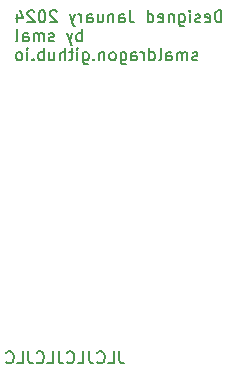
<source format=gbr>
%TF.GenerationSoftware,KiCad,Pcbnew,7.0.10*%
%TF.CreationDate,2024-01-06T19:24:24+00:00*%
%TF.ProjectId,v1a,7631612e-6b69-4636-9164-5f7063625858,rev?*%
%TF.SameCoordinates,Original*%
%TF.FileFunction,Legend,Bot*%
%TF.FilePolarity,Positive*%
%FSLAX46Y46*%
G04 Gerber Fmt 4.6, Leading zero omitted, Abs format (unit mm)*
G04 Created by KiCad (PCBNEW 7.0.10) date 2024-01-06 19:24:24*
%MOMM*%
%LPD*%
G01*
G04 APERTURE LIST*
%ADD10C,0.150000*%
G04 APERTURE END LIST*
D10*
X51447506Y-86499819D02*
X51447506Y-87214104D01*
X51447506Y-87214104D02*
X51495125Y-87356961D01*
X51495125Y-87356961D02*
X51590363Y-87452200D01*
X51590363Y-87452200D02*
X51733220Y-87499819D01*
X51733220Y-87499819D02*
X51828458Y-87499819D01*
X50495125Y-87499819D02*
X50971315Y-87499819D01*
X50971315Y-87499819D02*
X50971315Y-86499819D01*
X49590363Y-87404580D02*
X49637982Y-87452200D01*
X49637982Y-87452200D02*
X49780839Y-87499819D01*
X49780839Y-87499819D02*
X49876077Y-87499819D01*
X49876077Y-87499819D02*
X50018934Y-87452200D01*
X50018934Y-87452200D02*
X50114172Y-87356961D01*
X50114172Y-87356961D02*
X50161791Y-87261723D01*
X50161791Y-87261723D02*
X50209410Y-87071247D01*
X50209410Y-87071247D02*
X50209410Y-86928390D01*
X50209410Y-86928390D02*
X50161791Y-86737914D01*
X50161791Y-86737914D02*
X50114172Y-86642676D01*
X50114172Y-86642676D02*
X50018934Y-86547438D01*
X50018934Y-86547438D02*
X49876077Y-86499819D01*
X49876077Y-86499819D02*
X49780839Y-86499819D01*
X49780839Y-86499819D02*
X49637982Y-86547438D01*
X49637982Y-86547438D02*
X49590363Y-86595057D01*
X48876077Y-86499819D02*
X48876077Y-87214104D01*
X48876077Y-87214104D02*
X48923696Y-87356961D01*
X48923696Y-87356961D02*
X49018934Y-87452200D01*
X49018934Y-87452200D02*
X49161791Y-87499819D01*
X49161791Y-87499819D02*
X49257029Y-87499819D01*
X47923696Y-87499819D02*
X48399886Y-87499819D01*
X48399886Y-87499819D02*
X48399886Y-86499819D01*
X47018934Y-87404580D02*
X47066553Y-87452200D01*
X47066553Y-87452200D02*
X47209410Y-87499819D01*
X47209410Y-87499819D02*
X47304648Y-87499819D01*
X47304648Y-87499819D02*
X47447505Y-87452200D01*
X47447505Y-87452200D02*
X47542743Y-87356961D01*
X47542743Y-87356961D02*
X47590362Y-87261723D01*
X47590362Y-87261723D02*
X47637981Y-87071247D01*
X47637981Y-87071247D02*
X47637981Y-86928390D01*
X47637981Y-86928390D02*
X47590362Y-86737914D01*
X47590362Y-86737914D02*
X47542743Y-86642676D01*
X47542743Y-86642676D02*
X47447505Y-86547438D01*
X47447505Y-86547438D02*
X47304648Y-86499819D01*
X47304648Y-86499819D02*
X47209410Y-86499819D01*
X47209410Y-86499819D02*
X47066553Y-86547438D01*
X47066553Y-86547438D02*
X47018934Y-86595057D01*
X46304648Y-86499819D02*
X46304648Y-87214104D01*
X46304648Y-87214104D02*
X46352267Y-87356961D01*
X46352267Y-87356961D02*
X46447505Y-87452200D01*
X46447505Y-87452200D02*
X46590362Y-87499819D01*
X46590362Y-87499819D02*
X46685600Y-87499819D01*
X45352267Y-87499819D02*
X45828457Y-87499819D01*
X45828457Y-87499819D02*
X45828457Y-86499819D01*
X44447505Y-87404580D02*
X44495124Y-87452200D01*
X44495124Y-87452200D02*
X44637981Y-87499819D01*
X44637981Y-87499819D02*
X44733219Y-87499819D01*
X44733219Y-87499819D02*
X44876076Y-87452200D01*
X44876076Y-87452200D02*
X44971314Y-87356961D01*
X44971314Y-87356961D02*
X45018933Y-87261723D01*
X45018933Y-87261723D02*
X45066552Y-87071247D01*
X45066552Y-87071247D02*
X45066552Y-86928390D01*
X45066552Y-86928390D02*
X45018933Y-86737914D01*
X45018933Y-86737914D02*
X44971314Y-86642676D01*
X44971314Y-86642676D02*
X44876076Y-86547438D01*
X44876076Y-86547438D02*
X44733219Y-86499819D01*
X44733219Y-86499819D02*
X44637981Y-86499819D01*
X44637981Y-86499819D02*
X44495124Y-86547438D01*
X44495124Y-86547438D02*
X44447505Y-86595057D01*
X43733219Y-86499819D02*
X43733219Y-87214104D01*
X43733219Y-87214104D02*
X43780838Y-87356961D01*
X43780838Y-87356961D02*
X43876076Y-87452200D01*
X43876076Y-87452200D02*
X44018933Y-87499819D01*
X44018933Y-87499819D02*
X44114171Y-87499819D01*
X42780838Y-87499819D02*
X43257028Y-87499819D01*
X43257028Y-87499819D02*
X43257028Y-86499819D01*
X41876076Y-87404580D02*
X41923695Y-87452200D01*
X41923695Y-87452200D02*
X42066552Y-87499819D01*
X42066552Y-87499819D02*
X42161790Y-87499819D01*
X42161790Y-87499819D02*
X42304647Y-87452200D01*
X42304647Y-87452200D02*
X42399885Y-87356961D01*
X42399885Y-87356961D02*
X42447504Y-87261723D01*
X42447504Y-87261723D02*
X42495123Y-87071247D01*
X42495123Y-87071247D02*
X42495123Y-86928390D01*
X42495123Y-86928390D02*
X42447504Y-86737914D01*
X42447504Y-86737914D02*
X42399885Y-86642676D01*
X42399885Y-86642676D02*
X42304647Y-86547438D01*
X42304647Y-86547438D02*
X42161790Y-86499819D01*
X42161790Y-86499819D02*
X42066552Y-86499819D01*
X42066552Y-86499819D02*
X41923695Y-86547438D01*
X41923695Y-86547438D02*
X41876076Y-86595057D01*
X60088114Y-58625819D02*
X60088114Y-57625819D01*
X60088114Y-57625819D02*
X59850019Y-57625819D01*
X59850019Y-57625819D02*
X59707162Y-57673438D01*
X59707162Y-57673438D02*
X59611924Y-57768676D01*
X59611924Y-57768676D02*
X59564305Y-57863914D01*
X59564305Y-57863914D02*
X59516686Y-58054390D01*
X59516686Y-58054390D02*
X59516686Y-58197247D01*
X59516686Y-58197247D02*
X59564305Y-58387723D01*
X59564305Y-58387723D02*
X59611924Y-58482961D01*
X59611924Y-58482961D02*
X59707162Y-58578200D01*
X59707162Y-58578200D02*
X59850019Y-58625819D01*
X59850019Y-58625819D02*
X60088114Y-58625819D01*
X58707162Y-58578200D02*
X58802400Y-58625819D01*
X58802400Y-58625819D02*
X58992876Y-58625819D01*
X58992876Y-58625819D02*
X59088114Y-58578200D01*
X59088114Y-58578200D02*
X59135733Y-58482961D01*
X59135733Y-58482961D02*
X59135733Y-58102009D01*
X59135733Y-58102009D02*
X59088114Y-58006771D01*
X59088114Y-58006771D02*
X58992876Y-57959152D01*
X58992876Y-57959152D02*
X58802400Y-57959152D01*
X58802400Y-57959152D02*
X58707162Y-58006771D01*
X58707162Y-58006771D02*
X58659543Y-58102009D01*
X58659543Y-58102009D02*
X58659543Y-58197247D01*
X58659543Y-58197247D02*
X59135733Y-58292485D01*
X58278590Y-58578200D02*
X58183352Y-58625819D01*
X58183352Y-58625819D02*
X57992876Y-58625819D01*
X57992876Y-58625819D02*
X57897638Y-58578200D01*
X57897638Y-58578200D02*
X57850019Y-58482961D01*
X57850019Y-58482961D02*
X57850019Y-58435342D01*
X57850019Y-58435342D02*
X57897638Y-58340104D01*
X57897638Y-58340104D02*
X57992876Y-58292485D01*
X57992876Y-58292485D02*
X58135733Y-58292485D01*
X58135733Y-58292485D02*
X58230971Y-58244866D01*
X58230971Y-58244866D02*
X58278590Y-58149628D01*
X58278590Y-58149628D02*
X58278590Y-58102009D01*
X58278590Y-58102009D02*
X58230971Y-58006771D01*
X58230971Y-58006771D02*
X58135733Y-57959152D01*
X58135733Y-57959152D02*
X57992876Y-57959152D01*
X57992876Y-57959152D02*
X57897638Y-58006771D01*
X57421447Y-58625819D02*
X57421447Y-57959152D01*
X57421447Y-57625819D02*
X57469066Y-57673438D01*
X57469066Y-57673438D02*
X57421447Y-57721057D01*
X57421447Y-57721057D02*
X57373828Y-57673438D01*
X57373828Y-57673438D02*
X57421447Y-57625819D01*
X57421447Y-57625819D02*
X57421447Y-57721057D01*
X56516686Y-57959152D02*
X56516686Y-58768676D01*
X56516686Y-58768676D02*
X56564305Y-58863914D01*
X56564305Y-58863914D02*
X56611924Y-58911533D01*
X56611924Y-58911533D02*
X56707162Y-58959152D01*
X56707162Y-58959152D02*
X56850019Y-58959152D01*
X56850019Y-58959152D02*
X56945257Y-58911533D01*
X56516686Y-58578200D02*
X56611924Y-58625819D01*
X56611924Y-58625819D02*
X56802400Y-58625819D01*
X56802400Y-58625819D02*
X56897638Y-58578200D01*
X56897638Y-58578200D02*
X56945257Y-58530580D01*
X56945257Y-58530580D02*
X56992876Y-58435342D01*
X56992876Y-58435342D02*
X56992876Y-58149628D01*
X56992876Y-58149628D02*
X56945257Y-58054390D01*
X56945257Y-58054390D02*
X56897638Y-58006771D01*
X56897638Y-58006771D02*
X56802400Y-57959152D01*
X56802400Y-57959152D02*
X56611924Y-57959152D01*
X56611924Y-57959152D02*
X56516686Y-58006771D01*
X56040495Y-57959152D02*
X56040495Y-58625819D01*
X56040495Y-58054390D02*
X55992876Y-58006771D01*
X55992876Y-58006771D02*
X55897638Y-57959152D01*
X55897638Y-57959152D02*
X55754781Y-57959152D01*
X55754781Y-57959152D02*
X55659543Y-58006771D01*
X55659543Y-58006771D02*
X55611924Y-58102009D01*
X55611924Y-58102009D02*
X55611924Y-58625819D01*
X54754781Y-58578200D02*
X54850019Y-58625819D01*
X54850019Y-58625819D02*
X55040495Y-58625819D01*
X55040495Y-58625819D02*
X55135733Y-58578200D01*
X55135733Y-58578200D02*
X55183352Y-58482961D01*
X55183352Y-58482961D02*
X55183352Y-58102009D01*
X55183352Y-58102009D02*
X55135733Y-58006771D01*
X55135733Y-58006771D02*
X55040495Y-57959152D01*
X55040495Y-57959152D02*
X54850019Y-57959152D01*
X54850019Y-57959152D02*
X54754781Y-58006771D01*
X54754781Y-58006771D02*
X54707162Y-58102009D01*
X54707162Y-58102009D02*
X54707162Y-58197247D01*
X54707162Y-58197247D02*
X55183352Y-58292485D01*
X53850019Y-58625819D02*
X53850019Y-57625819D01*
X53850019Y-58578200D02*
X53945257Y-58625819D01*
X53945257Y-58625819D02*
X54135733Y-58625819D01*
X54135733Y-58625819D02*
X54230971Y-58578200D01*
X54230971Y-58578200D02*
X54278590Y-58530580D01*
X54278590Y-58530580D02*
X54326209Y-58435342D01*
X54326209Y-58435342D02*
X54326209Y-58149628D01*
X54326209Y-58149628D02*
X54278590Y-58054390D01*
X54278590Y-58054390D02*
X54230971Y-58006771D01*
X54230971Y-58006771D02*
X54135733Y-57959152D01*
X54135733Y-57959152D02*
X53945257Y-57959152D01*
X53945257Y-57959152D02*
X53850019Y-58006771D01*
X52326209Y-57625819D02*
X52326209Y-58340104D01*
X52326209Y-58340104D02*
X52373828Y-58482961D01*
X52373828Y-58482961D02*
X52469066Y-58578200D01*
X52469066Y-58578200D02*
X52611923Y-58625819D01*
X52611923Y-58625819D02*
X52707161Y-58625819D01*
X51421447Y-58625819D02*
X51421447Y-58102009D01*
X51421447Y-58102009D02*
X51469066Y-58006771D01*
X51469066Y-58006771D02*
X51564304Y-57959152D01*
X51564304Y-57959152D02*
X51754780Y-57959152D01*
X51754780Y-57959152D02*
X51850018Y-58006771D01*
X51421447Y-58578200D02*
X51516685Y-58625819D01*
X51516685Y-58625819D02*
X51754780Y-58625819D01*
X51754780Y-58625819D02*
X51850018Y-58578200D01*
X51850018Y-58578200D02*
X51897637Y-58482961D01*
X51897637Y-58482961D02*
X51897637Y-58387723D01*
X51897637Y-58387723D02*
X51850018Y-58292485D01*
X51850018Y-58292485D02*
X51754780Y-58244866D01*
X51754780Y-58244866D02*
X51516685Y-58244866D01*
X51516685Y-58244866D02*
X51421447Y-58197247D01*
X50945256Y-57959152D02*
X50945256Y-58625819D01*
X50945256Y-58054390D02*
X50897637Y-58006771D01*
X50897637Y-58006771D02*
X50802399Y-57959152D01*
X50802399Y-57959152D02*
X50659542Y-57959152D01*
X50659542Y-57959152D02*
X50564304Y-58006771D01*
X50564304Y-58006771D02*
X50516685Y-58102009D01*
X50516685Y-58102009D02*
X50516685Y-58625819D01*
X49611923Y-57959152D02*
X49611923Y-58625819D01*
X50040494Y-57959152D02*
X50040494Y-58482961D01*
X50040494Y-58482961D02*
X49992875Y-58578200D01*
X49992875Y-58578200D02*
X49897637Y-58625819D01*
X49897637Y-58625819D02*
X49754780Y-58625819D01*
X49754780Y-58625819D02*
X49659542Y-58578200D01*
X49659542Y-58578200D02*
X49611923Y-58530580D01*
X48707161Y-58625819D02*
X48707161Y-58102009D01*
X48707161Y-58102009D02*
X48754780Y-58006771D01*
X48754780Y-58006771D02*
X48850018Y-57959152D01*
X48850018Y-57959152D02*
X49040494Y-57959152D01*
X49040494Y-57959152D02*
X49135732Y-58006771D01*
X48707161Y-58578200D02*
X48802399Y-58625819D01*
X48802399Y-58625819D02*
X49040494Y-58625819D01*
X49040494Y-58625819D02*
X49135732Y-58578200D01*
X49135732Y-58578200D02*
X49183351Y-58482961D01*
X49183351Y-58482961D02*
X49183351Y-58387723D01*
X49183351Y-58387723D02*
X49135732Y-58292485D01*
X49135732Y-58292485D02*
X49040494Y-58244866D01*
X49040494Y-58244866D02*
X48802399Y-58244866D01*
X48802399Y-58244866D02*
X48707161Y-58197247D01*
X48230970Y-58625819D02*
X48230970Y-57959152D01*
X48230970Y-58149628D02*
X48183351Y-58054390D01*
X48183351Y-58054390D02*
X48135732Y-58006771D01*
X48135732Y-58006771D02*
X48040494Y-57959152D01*
X48040494Y-57959152D02*
X47945256Y-57959152D01*
X47707160Y-57959152D02*
X47469065Y-58625819D01*
X47230970Y-57959152D02*
X47469065Y-58625819D01*
X47469065Y-58625819D02*
X47564303Y-58863914D01*
X47564303Y-58863914D02*
X47611922Y-58911533D01*
X47611922Y-58911533D02*
X47707160Y-58959152D01*
X46135731Y-57721057D02*
X46088112Y-57673438D01*
X46088112Y-57673438D02*
X45992874Y-57625819D01*
X45992874Y-57625819D02*
X45754779Y-57625819D01*
X45754779Y-57625819D02*
X45659541Y-57673438D01*
X45659541Y-57673438D02*
X45611922Y-57721057D01*
X45611922Y-57721057D02*
X45564303Y-57816295D01*
X45564303Y-57816295D02*
X45564303Y-57911533D01*
X45564303Y-57911533D02*
X45611922Y-58054390D01*
X45611922Y-58054390D02*
X46183350Y-58625819D01*
X46183350Y-58625819D02*
X45564303Y-58625819D01*
X44945255Y-57625819D02*
X44850017Y-57625819D01*
X44850017Y-57625819D02*
X44754779Y-57673438D01*
X44754779Y-57673438D02*
X44707160Y-57721057D01*
X44707160Y-57721057D02*
X44659541Y-57816295D01*
X44659541Y-57816295D02*
X44611922Y-58006771D01*
X44611922Y-58006771D02*
X44611922Y-58244866D01*
X44611922Y-58244866D02*
X44659541Y-58435342D01*
X44659541Y-58435342D02*
X44707160Y-58530580D01*
X44707160Y-58530580D02*
X44754779Y-58578200D01*
X44754779Y-58578200D02*
X44850017Y-58625819D01*
X44850017Y-58625819D02*
X44945255Y-58625819D01*
X44945255Y-58625819D02*
X45040493Y-58578200D01*
X45040493Y-58578200D02*
X45088112Y-58530580D01*
X45088112Y-58530580D02*
X45135731Y-58435342D01*
X45135731Y-58435342D02*
X45183350Y-58244866D01*
X45183350Y-58244866D02*
X45183350Y-58006771D01*
X45183350Y-58006771D02*
X45135731Y-57816295D01*
X45135731Y-57816295D02*
X45088112Y-57721057D01*
X45088112Y-57721057D02*
X45040493Y-57673438D01*
X45040493Y-57673438D02*
X44945255Y-57625819D01*
X44230969Y-57721057D02*
X44183350Y-57673438D01*
X44183350Y-57673438D02*
X44088112Y-57625819D01*
X44088112Y-57625819D02*
X43850017Y-57625819D01*
X43850017Y-57625819D02*
X43754779Y-57673438D01*
X43754779Y-57673438D02*
X43707160Y-57721057D01*
X43707160Y-57721057D02*
X43659541Y-57816295D01*
X43659541Y-57816295D02*
X43659541Y-57911533D01*
X43659541Y-57911533D02*
X43707160Y-58054390D01*
X43707160Y-58054390D02*
X44278588Y-58625819D01*
X44278588Y-58625819D02*
X43659541Y-58625819D01*
X42802398Y-57959152D02*
X42802398Y-58625819D01*
X43040493Y-57578200D02*
X43278588Y-58292485D01*
X43278588Y-58292485D02*
X42659541Y-58292485D01*
X48278589Y-60235819D02*
X48278589Y-59235819D01*
X48278589Y-59616771D02*
X48183351Y-59569152D01*
X48183351Y-59569152D02*
X47992875Y-59569152D01*
X47992875Y-59569152D02*
X47897637Y-59616771D01*
X47897637Y-59616771D02*
X47850018Y-59664390D01*
X47850018Y-59664390D02*
X47802399Y-59759628D01*
X47802399Y-59759628D02*
X47802399Y-60045342D01*
X47802399Y-60045342D02*
X47850018Y-60140580D01*
X47850018Y-60140580D02*
X47897637Y-60188200D01*
X47897637Y-60188200D02*
X47992875Y-60235819D01*
X47992875Y-60235819D02*
X48183351Y-60235819D01*
X48183351Y-60235819D02*
X48278589Y-60188200D01*
X47469065Y-59569152D02*
X47230970Y-60235819D01*
X46992875Y-59569152D02*
X47230970Y-60235819D01*
X47230970Y-60235819D02*
X47326208Y-60473914D01*
X47326208Y-60473914D02*
X47373827Y-60521533D01*
X47373827Y-60521533D02*
X47469065Y-60569152D01*
X45897636Y-60188200D02*
X45802398Y-60235819D01*
X45802398Y-60235819D02*
X45611922Y-60235819D01*
X45611922Y-60235819D02*
X45516684Y-60188200D01*
X45516684Y-60188200D02*
X45469065Y-60092961D01*
X45469065Y-60092961D02*
X45469065Y-60045342D01*
X45469065Y-60045342D02*
X45516684Y-59950104D01*
X45516684Y-59950104D02*
X45611922Y-59902485D01*
X45611922Y-59902485D02*
X45754779Y-59902485D01*
X45754779Y-59902485D02*
X45850017Y-59854866D01*
X45850017Y-59854866D02*
X45897636Y-59759628D01*
X45897636Y-59759628D02*
X45897636Y-59712009D01*
X45897636Y-59712009D02*
X45850017Y-59616771D01*
X45850017Y-59616771D02*
X45754779Y-59569152D01*
X45754779Y-59569152D02*
X45611922Y-59569152D01*
X45611922Y-59569152D02*
X45516684Y-59616771D01*
X45040493Y-60235819D02*
X45040493Y-59569152D01*
X45040493Y-59664390D02*
X44992874Y-59616771D01*
X44992874Y-59616771D02*
X44897636Y-59569152D01*
X44897636Y-59569152D02*
X44754779Y-59569152D01*
X44754779Y-59569152D02*
X44659541Y-59616771D01*
X44659541Y-59616771D02*
X44611922Y-59712009D01*
X44611922Y-59712009D02*
X44611922Y-60235819D01*
X44611922Y-59712009D02*
X44564303Y-59616771D01*
X44564303Y-59616771D02*
X44469065Y-59569152D01*
X44469065Y-59569152D02*
X44326208Y-59569152D01*
X44326208Y-59569152D02*
X44230969Y-59616771D01*
X44230969Y-59616771D02*
X44183350Y-59712009D01*
X44183350Y-59712009D02*
X44183350Y-60235819D01*
X43278589Y-60235819D02*
X43278589Y-59712009D01*
X43278589Y-59712009D02*
X43326208Y-59616771D01*
X43326208Y-59616771D02*
X43421446Y-59569152D01*
X43421446Y-59569152D02*
X43611922Y-59569152D01*
X43611922Y-59569152D02*
X43707160Y-59616771D01*
X43278589Y-60188200D02*
X43373827Y-60235819D01*
X43373827Y-60235819D02*
X43611922Y-60235819D01*
X43611922Y-60235819D02*
X43707160Y-60188200D01*
X43707160Y-60188200D02*
X43754779Y-60092961D01*
X43754779Y-60092961D02*
X43754779Y-59997723D01*
X43754779Y-59997723D02*
X43707160Y-59902485D01*
X43707160Y-59902485D02*
X43611922Y-59854866D01*
X43611922Y-59854866D02*
X43373827Y-59854866D01*
X43373827Y-59854866D02*
X43278589Y-59807247D01*
X42659541Y-60235819D02*
X42754779Y-60188200D01*
X42754779Y-60188200D02*
X42802398Y-60092961D01*
X42802398Y-60092961D02*
X42802398Y-59235819D01*
X58040493Y-61798200D02*
X57945255Y-61845819D01*
X57945255Y-61845819D02*
X57754779Y-61845819D01*
X57754779Y-61845819D02*
X57659541Y-61798200D01*
X57659541Y-61798200D02*
X57611922Y-61702961D01*
X57611922Y-61702961D02*
X57611922Y-61655342D01*
X57611922Y-61655342D02*
X57659541Y-61560104D01*
X57659541Y-61560104D02*
X57754779Y-61512485D01*
X57754779Y-61512485D02*
X57897636Y-61512485D01*
X57897636Y-61512485D02*
X57992874Y-61464866D01*
X57992874Y-61464866D02*
X58040493Y-61369628D01*
X58040493Y-61369628D02*
X58040493Y-61322009D01*
X58040493Y-61322009D02*
X57992874Y-61226771D01*
X57992874Y-61226771D02*
X57897636Y-61179152D01*
X57897636Y-61179152D02*
X57754779Y-61179152D01*
X57754779Y-61179152D02*
X57659541Y-61226771D01*
X57183350Y-61845819D02*
X57183350Y-61179152D01*
X57183350Y-61274390D02*
X57135731Y-61226771D01*
X57135731Y-61226771D02*
X57040493Y-61179152D01*
X57040493Y-61179152D02*
X56897636Y-61179152D01*
X56897636Y-61179152D02*
X56802398Y-61226771D01*
X56802398Y-61226771D02*
X56754779Y-61322009D01*
X56754779Y-61322009D02*
X56754779Y-61845819D01*
X56754779Y-61322009D02*
X56707160Y-61226771D01*
X56707160Y-61226771D02*
X56611922Y-61179152D01*
X56611922Y-61179152D02*
X56469065Y-61179152D01*
X56469065Y-61179152D02*
X56373826Y-61226771D01*
X56373826Y-61226771D02*
X56326207Y-61322009D01*
X56326207Y-61322009D02*
X56326207Y-61845819D01*
X55421446Y-61845819D02*
X55421446Y-61322009D01*
X55421446Y-61322009D02*
X55469065Y-61226771D01*
X55469065Y-61226771D02*
X55564303Y-61179152D01*
X55564303Y-61179152D02*
X55754779Y-61179152D01*
X55754779Y-61179152D02*
X55850017Y-61226771D01*
X55421446Y-61798200D02*
X55516684Y-61845819D01*
X55516684Y-61845819D02*
X55754779Y-61845819D01*
X55754779Y-61845819D02*
X55850017Y-61798200D01*
X55850017Y-61798200D02*
X55897636Y-61702961D01*
X55897636Y-61702961D02*
X55897636Y-61607723D01*
X55897636Y-61607723D02*
X55850017Y-61512485D01*
X55850017Y-61512485D02*
X55754779Y-61464866D01*
X55754779Y-61464866D02*
X55516684Y-61464866D01*
X55516684Y-61464866D02*
X55421446Y-61417247D01*
X54802398Y-61845819D02*
X54897636Y-61798200D01*
X54897636Y-61798200D02*
X54945255Y-61702961D01*
X54945255Y-61702961D02*
X54945255Y-60845819D01*
X53992874Y-61845819D02*
X53992874Y-60845819D01*
X53992874Y-61798200D02*
X54088112Y-61845819D01*
X54088112Y-61845819D02*
X54278588Y-61845819D01*
X54278588Y-61845819D02*
X54373826Y-61798200D01*
X54373826Y-61798200D02*
X54421445Y-61750580D01*
X54421445Y-61750580D02*
X54469064Y-61655342D01*
X54469064Y-61655342D02*
X54469064Y-61369628D01*
X54469064Y-61369628D02*
X54421445Y-61274390D01*
X54421445Y-61274390D02*
X54373826Y-61226771D01*
X54373826Y-61226771D02*
X54278588Y-61179152D01*
X54278588Y-61179152D02*
X54088112Y-61179152D01*
X54088112Y-61179152D02*
X53992874Y-61226771D01*
X53516683Y-61845819D02*
X53516683Y-61179152D01*
X53516683Y-61369628D02*
X53469064Y-61274390D01*
X53469064Y-61274390D02*
X53421445Y-61226771D01*
X53421445Y-61226771D02*
X53326207Y-61179152D01*
X53326207Y-61179152D02*
X53230969Y-61179152D01*
X52469064Y-61845819D02*
X52469064Y-61322009D01*
X52469064Y-61322009D02*
X52516683Y-61226771D01*
X52516683Y-61226771D02*
X52611921Y-61179152D01*
X52611921Y-61179152D02*
X52802397Y-61179152D01*
X52802397Y-61179152D02*
X52897635Y-61226771D01*
X52469064Y-61798200D02*
X52564302Y-61845819D01*
X52564302Y-61845819D02*
X52802397Y-61845819D01*
X52802397Y-61845819D02*
X52897635Y-61798200D01*
X52897635Y-61798200D02*
X52945254Y-61702961D01*
X52945254Y-61702961D02*
X52945254Y-61607723D01*
X52945254Y-61607723D02*
X52897635Y-61512485D01*
X52897635Y-61512485D02*
X52802397Y-61464866D01*
X52802397Y-61464866D02*
X52564302Y-61464866D01*
X52564302Y-61464866D02*
X52469064Y-61417247D01*
X51564302Y-61179152D02*
X51564302Y-61988676D01*
X51564302Y-61988676D02*
X51611921Y-62083914D01*
X51611921Y-62083914D02*
X51659540Y-62131533D01*
X51659540Y-62131533D02*
X51754778Y-62179152D01*
X51754778Y-62179152D02*
X51897635Y-62179152D01*
X51897635Y-62179152D02*
X51992873Y-62131533D01*
X51564302Y-61798200D02*
X51659540Y-61845819D01*
X51659540Y-61845819D02*
X51850016Y-61845819D01*
X51850016Y-61845819D02*
X51945254Y-61798200D01*
X51945254Y-61798200D02*
X51992873Y-61750580D01*
X51992873Y-61750580D02*
X52040492Y-61655342D01*
X52040492Y-61655342D02*
X52040492Y-61369628D01*
X52040492Y-61369628D02*
X51992873Y-61274390D01*
X51992873Y-61274390D02*
X51945254Y-61226771D01*
X51945254Y-61226771D02*
X51850016Y-61179152D01*
X51850016Y-61179152D02*
X51659540Y-61179152D01*
X51659540Y-61179152D02*
X51564302Y-61226771D01*
X50945254Y-61845819D02*
X51040492Y-61798200D01*
X51040492Y-61798200D02*
X51088111Y-61750580D01*
X51088111Y-61750580D02*
X51135730Y-61655342D01*
X51135730Y-61655342D02*
X51135730Y-61369628D01*
X51135730Y-61369628D02*
X51088111Y-61274390D01*
X51088111Y-61274390D02*
X51040492Y-61226771D01*
X51040492Y-61226771D02*
X50945254Y-61179152D01*
X50945254Y-61179152D02*
X50802397Y-61179152D01*
X50802397Y-61179152D02*
X50707159Y-61226771D01*
X50707159Y-61226771D02*
X50659540Y-61274390D01*
X50659540Y-61274390D02*
X50611921Y-61369628D01*
X50611921Y-61369628D02*
X50611921Y-61655342D01*
X50611921Y-61655342D02*
X50659540Y-61750580D01*
X50659540Y-61750580D02*
X50707159Y-61798200D01*
X50707159Y-61798200D02*
X50802397Y-61845819D01*
X50802397Y-61845819D02*
X50945254Y-61845819D01*
X50183349Y-61179152D02*
X50183349Y-61845819D01*
X50183349Y-61274390D02*
X50135730Y-61226771D01*
X50135730Y-61226771D02*
X50040492Y-61179152D01*
X50040492Y-61179152D02*
X49897635Y-61179152D01*
X49897635Y-61179152D02*
X49802397Y-61226771D01*
X49802397Y-61226771D02*
X49754778Y-61322009D01*
X49754778Y-61322009D02*
X49754778Y-61845819D01*
X49278587Y-61750580D02*
X49230968Y-61798200D01*
X49230968Y-61798200D02*
X49278587Y-61845819D01*
X49278587Y-61845819D02*
X49326206Y-61798200D01*
X49326206Y-61798200D02*
X49278587Y-61750580D01*
X49278587Y-61750580D02*
X49278587Y-61845819D01*
X48373826Y-61179152D02*
X48373826Y-61988676D01*
X48373826Y-61988676D02*
X48421445Y-62083914D01*
X48421445Y-62083914D02*
X48469064Y-62131533D01*
X48469064Y-62131533D02*
X48564302Y-62179152D01*
X48564302Y-62179152D02*
X48707159Y-62179152D01*
X48707159Y-62179152D02*
X48802397Y-62131533D01*
X48373826Y-61798200D02*
X48469064Y-61845819D01*
X48469064Y-61845819D02*
X48659540Y-61845819D01*
X48659540Y-61845819D02*
X48754778Y-61798200D01*
X48754778Y-61798200D02*
X48802397Y-61750580D01*
X48802397Y-61750580D02*
X48850016Y-61655342D01*
X48850016Y-61655342D02*
X48850016Y-61369628D01*
X48850016Y-61369628D02*
X48802397Y-61274390D01*
X48802397Y-61274390D02*
X48754778Y-61226771D01*
X48754778Y-61226771D02*
X48659540Y-61179152D01*
X48659540Y-61179152D02*
X48469064Y-61179152D01*
X48469064Y-61179152D02*
X48373826Y-61226771D01*
X47897635Y-61845819D02*
X47897635Y-61179152D01*
X47897635Y-60845819D02*
X47945254Y-60893438D01*
X47945254Y-60893438D02*
X47897635Y-60941057D01*
X47897635Y-60941057D02*
X47850016Y-60893438D01*
X47850016Y-60893438D02*
X47897635Y-60845819D01*
X47897635Y-60845819D02*
X47897635Y-60941057D01*
X47564302Y-61179152D02*
X47183350Y-61179152D01*
X47421445Y-60845819D02*
X47421445Y-61702961D01*
X47421445Y-61702961D02*
X47373826Y-61798200D01*
X47373826Y-61798200D02*
X47278588Y-61845819D01*
X47278588Y-61845819D02*
X47183350Y-61845819D01*
X46850016Y-61845819D02*
X46850016Y-60845819D01*
X46421445Y-61845819D02*
X46421445Y-61322009D01*
X46421445Y-61322009D02*
X46469064Y-61226771D01*
X46469064Y-61226771D02*
X46564302Y-61179152D01*
X46564302Y-61179152D02*
X46707159Y-61179152D01*
X46707159Y-61179152D02*
X46802397Y-61226771D01*
X46802397Y-61226771D02*
X46850016Y-61274390D01*
X45516683Y-61179152D02*
X45516683Y-61845819D01*
X45945254Y-61179152D02*
X45945254Y-61702961D01*
X45945254Y-61702961D02*
X45897635Y-61798200D01*
X45897635Y-61798200D02*
X45802397Y-61845819D01*
X45802397Y-61845819D02*
X45659540Y-61845819D01*
X45659540Y-61845819D02*
X45564302Y-61798200D01*
X45564302Y-61798200D02*
X45516683Y-61750580D01*
X45040492Y-61845819D02*
X45040492Y-60845819D01*
X45040492Y-61226771D02*
X44945254Y-61179152D01*
X44945254Y-61179152D02*
X44754778Y-61179152D01*
X44754778Y-61179152D02*
X44659540Y-61226771D01*
X44659540Y-61226771D02*
X44611921Y-61274390D01*
X44611921Y-61274390D02*
X44564302Y-61369628D01*
X44564302Y-61369628D02*
X44564302Y-61655342D01*
X44564302Y-61655342D02*
X44611921Y-61750580D01*
X44611921Y-61750580D02*
X44659540Y-61798200D01*
X44659540Y-61798200D02*
X44754778Y-61845819D01*
X44754778Y-61845819D02*
X44945254Y-61845819D01*
X44945254Y-61845819D02*
X45040492Y-61798200D01*
X44135730Y-61750580D02*
X44088111Y-61798200D01*
X44088111Y-61798200D02*
X44135730Y-61845819D01*
X44135730Y-61845819D02*
X44183349Y-61798200D01*
X44183349Y-61798200D02*
X44135730Y-61750580D01*
X44135730Y-61750580D02*
X44135730Y-61845819D01*
X43659540Y-61845819D02*
X43659540Y-61179152D01*
X43659540Y-60845819D02*
X43707159Y-60893438D01*
X43707159Y-60893438D02*
X43659540Y-60941057D01*
X43659540Y-60941057D02*
X43611921Y-60893438D01*
X43611921Y-60893438D02*
X43659540Y-60845819D01*
X43659540Y-60845819D02*
X43659540Y-60941057D01*
X43040493Y-61845819D02*
X43135731Y-61798200D01*
X43135731Y-61798200D02*
X43183350Y-61750580D01*
X43183350Y-61750580D02*
X43230969Y-61655342D01*
X43230969Y-61655342D02*
X43230969Y-61369628D01*
X43230969Y-61369628D02*
X43183350Y-61274390D01*
X43183350Y-61274390D02*
X43135731Y-61226771D01*
X43135731Y-61226771D02*
X43040493Y-61179152D01*
X43040493Y-61179152D02*
X42897636Y-61179152D01*
X42897636Y-61179152D02*
X42802398Y-61226771D01*
X42802398Y-61226771D02*
X42754779Y-61274390D01*
X42754779Y-61274390D02*
X42707160Y-61369628D01*
X42707160Y-61369628D02*
X42707160Y-61655342D01*
X42707160Y-61655342D02*
X42754779Y-61750580D01*
X42754779Y-61750580D02*
X42802398Y-61798200D01*
X42802398Y-61798200D02*
X42897636Y-61845819D01*
X42897636Y-61845819D02*
X43040493Y-61845819D01*
M02*

</source>
